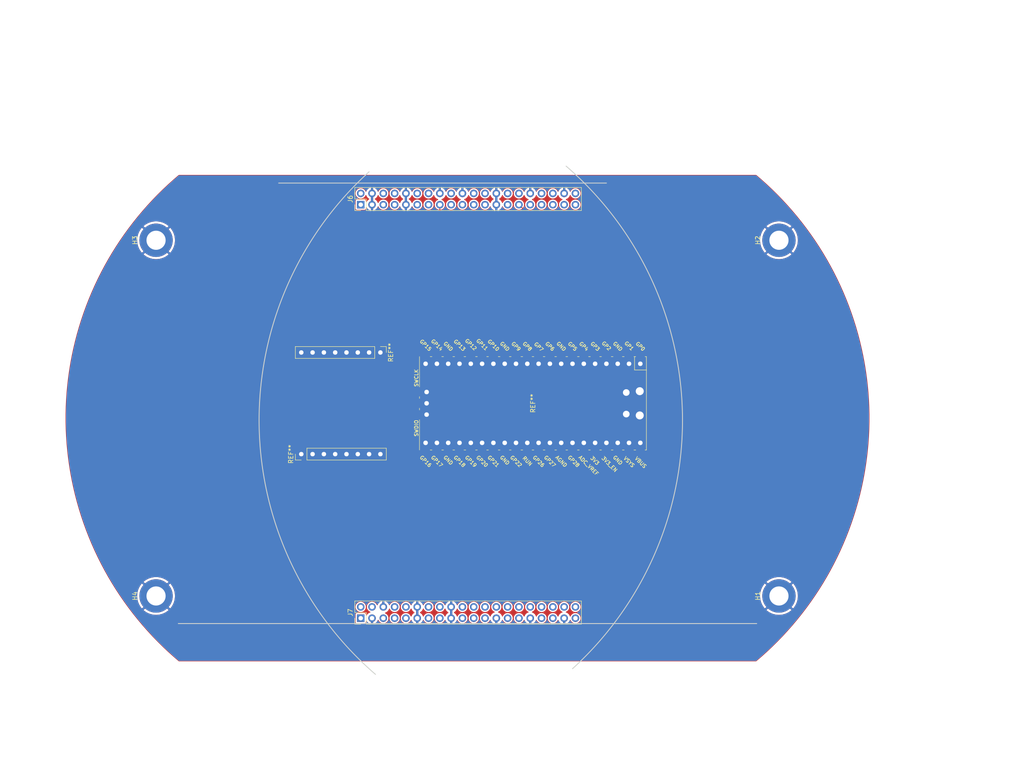
<source format=kicad_pcb>
(kicad_pcb (version 20221018) (generator pcbnew)
  (layers (0 "F.Cu" signal) (31 "B.Cu" signal) (34 "B.Paste" user) (35 "F.Paste" user) (36 "B.SilkS" user "B.Silkscreen") (37 "F.SilkS" user "F.Silkscreen") (38 "B.Mask" user) (39 "F.Mask" user) (44 "Edge.Cuts" user))
  (net 0 "")
  (net 1 "GND")
  (net 2 "SCL")
  (net 3 "SDA")
  (net 4 "+3V3")
  (net 9 "/yellow_2")
  (net 10 "/Green_2")
  (net 15 "/yellow_1")
  (net 17 "/Green_1")
  (net 18 "STBY_1")
  (net 19 "BIN1_1")
  (net 20 "PWMA_1")
  (net 21 "BIN2_1")
  (net 22 "AIN2_1")
  (net 23 "AIN1_1")
  (net 24 "PWMB_1")
  (net 26 "PWMB_2")
  (net 27 "BIN2_2")
  (net 28 "BIN1_2")
  (net 29 "STBY_2")
  (net 30 "AIN1_2")
  (net 31 "AIN2_2")
  (net 32 "PWMA_2")
  (net 33 "+5V")
  (net 40 "/yellow_4")
  (net 42 "/Green_4")
  (net 45 "/yellow_3")
  (net 47 "/Green_3")
  (footprint "Connector_PinHeader_2.54mm:PinHeader_2x20_P2.54mm_Vertical" (layer "F.Cu") (at 104.8 45.5 90)
    (fp_text reference "J6" (at 1.27 -2.33 90) (layer "F.SilkS"))
    (fp_text value "left")
    (fp_line (start -1.33 -1.33) (end 0 -1.33) (stroke (width 0.12)) (layer "F.SilkS"))
    (fp_line (start -1.33 0) (end -1.33 -1.33) (stroke (width 0.12)) (layer "F.SilkS"))
    (fp_line (start -1.33 1.27) (end -1.33 49.59) (stroke (width 0.12)) (layer "F.SilkS"))
    (fp_line (start -1.33 1.27) (end 1.27 1.27) (stroke (width 0.12)) (layer "F.SilkS"))
    (fp_line (start -1.33 49.59) (end 3.87 49.59) (stroke (width 0.12)) (layer "F.SilkS"))
    (fp_line (start 1.27 -1.33) (end 3.87 -1.33) (stroke (width 0.12)) (layer "F.SilkS"))
    (fp_line (start 1.27 1.27) (end 1.27 -1.33) (stroke (width 0.12)) (layer "F.SilkS"))
    (fp_line (start 3.87 -1.33) (end 3.87 49.59) (stroke (width 0.12)) (layer "F.SilkS"))
    (pad "1" thru_hole rect (at 0 0 90) (size 1.7 1.7) (drill 1) (layers "*.Cu" "*.Mask") (net 2 "SCL"))
    (pad "2" thru_hole oval (at 2.54 0 90) (size 1.7 1.7) (drill 1) (layers "*.Cu" "*.Mask") (net 3 "SDA"))
    (pad "3" thru_hole oval (at 0 2.54 90) (size 1.7 1.7) (drill 1) (layers "*.Cu" "*.Mask") (net 1 "GND"))
    (pad "4" thru_hole oval (at 2.54 2.54 90) (size 1.7 1.7) (drill 1) (layers "*.Cu" "*.Mask") (net 1 "GND"))
    (pad "5" thru_hole oval (at 0 5.08 90) (size 1.7 1.7) (drill 1) (layers "*.Cu" "*.Mask") (net 4 "+3V3"))
    (pad "6" thru_hole oval (at 2.54 5.08 90) (size 1.7 1.7) (drill 1) (layers "*.Cu" "*.Mask") (net 4 "+3V3"))
    (pad "7" thru_hole oval (at 0 7.62 90) (size 1.7 1.7) (drill 1) (layers "*.Cu" "*.Mask") (net 4 "+3V3"))
    (pad "8" thru_hole oval (at 2.54 7.62 90) (size 1.7 1.7) (drill 1) (layers "*.Cu" "*.Mask") (net 4 "+3V3"))
    (pad "9" thru_hole oval (at 0 10.16 90) (size 1.7 1.7) (drill 1) (layers "*.Cu" "*.Mask") (net 1 "GND"))
    (pad "10" thru_hole oval (at 2.54 10.16 90) (size 1.7 1.7) (drill 1) (layers "*.Cu" "*.Mask") (net 1 "GND"))
    (pad "11" thru_hole oval (at 0 12.7 90) (size 1.7 1.7) (drill 1) (layers "*.Cu" "*.Mask"))
    (pad "12" thru_hole oval (at 2.54 12.7 90) (size 1.7 1.7) (drill 1) (layers "*.Cu" "*.Mask"))
    (pad "13" thru_hole oval (at 0 15.24 90) (size 1.7 1.7) (drill 1) (layers "*.Cu" "*.Mask"))
    (pad "14" thru_hole oval (at 2.54 15.24 90) (size 1.7 1.7) (drill 1) (layers "*.Cu" "*.Mask"))
    (pad "15" thru_hole oval (at 0 17.78 90) (size 1.7 1.7) (drill 1) (layers "*.Cu" "*.Mask") (net 9 "/yellow_2"))
    (pad "16" thru_hole oval (at 2.54 17.78 90) (size 1.7 1.7) (drill 1) (layers "*.Cu" "*.Mask") (net 1 "GND"))
    (pad "17" thru_hole oval (at 0 20.32 90) (size 1.7 1.7) (drill 1) (layers "*.Cu" "*.Mask") (net 10 "/Green_2"))
    (pad "18" thru_hole oval (at 2.54 20.32 90) (size 1.7 1.7) (drill 1) (layers "*.Cu" "*.Mask"))
    (pad "19" thru_hole oval (at 0 22.86 90) (size 1.7 1.7) (drill 1) (layers "*.Cu" "*.Mask") (net 4 "+3V3"))
    (pad "20" thru_hole oval (at 2.54 22.86 90) (size 1.7 1.7) (drill 1) (layers "*.Cu" "*.Mask") (net 1 "GND"))
    (pad "21" thru_hole oval (at 0 25.4 90) (size 1.7 1.7) (drill 1) (layers "*.Cu" "*.Mask") (net 1 "GND"))
    (pad "22" thru_hole oval (at 2.54 25.4 90) (size 1.7 1.7) (drill 1) (layers "*.Cu" "*.Mask"))
    (pad "23" thru_hole oval (at 0 27.94 90) (size 1.7 1.7) (drill 1) (layers "*.Cu" "*.Mask"))
    (pad "24" thru_hole oval (at 2.54 27.94 90) (size 1.7 1.7) (drill 1) (layers "*.Cu" "*.Mask"))
    (pad "25" thru_hole oval (at 0 30.48 90) (size 1.7 1.7) (drill 1) (layers "*.Cu" "*.Mask") (net 1 "GND"))
    (pad "26" thru_hole oval (at 2.54 30.48 90) (size 1.7 1.7) (drill 1) (layers "*.Cu" "*.Mask") (net 1 "GND"))
    (pad "27" thru_hole oval (at 0 33.02 90) (size 1.7 1.7) (drill 1) (layers "*.Cu" "*.Mask") (net 15 "/yellow_1"))
    (pad "28" thru_hole oval (at 2.54 33.02 90) (size 1.7 1.7) (drill 1) (layers "*.Cu" "*.Mask"))
    (pad "29" thru_hole oval (at 0 35.56 90) (size 1.7 1.7) (drill 1) (layers "*.Cu" "*.Mask") (net 17 "/Green_1"))
    (pad "30" thru_hole oval (at 2.54 35.56 90) (size 1.7 1.7) (drill 1) (layers "*.Cu" "*.Mask") (net 18 "STBY_1"))
    (pad "31" thru_hole oval (at 0 38.1 90) (size 1.7 1.7) (drill 1) (layers "*.Cu" "*.Mask") (net 4 "+3V3"))
    (pad "32" thru_hole oval (at 2.54 38.1 90) (size 1.7 1.7) (drill 1) (layers "*.Cu" "*.Mask") (net 1 "GND"))
    (pad "33" thru_hole oval (at 0 40.64 90) (size 1.7 1.7) (drill 1) (layers "*.Cu" "*.Mask") (net 1 "GND"))
    (pad "34" thru_hole oval (at 2.54 40.64 90) (size 1.7 1.7) (drill 1) (layers "*.Cu" "*.Mask") (net 19 "BIN1_1"))
    (pad "35" thru_hole oval (at 0 43.18 90) (size 1.7 1.7) (drill 1) (layers "*.Cu" "*.Mask") (net 20 "PWMA_1"))
    (pad "36" thru_hole oval (at 2.54 43.18 90) (size 1.7 1.7) (drill 1) (layers "*.Cu" "*.Mask") (net 21 "BIN2_1"))
    (pad "37" thru_hole oval (at 0 45.72 90) (size 1.7 1.7) (drill 1) (layers "*.Cu" "*.Mask") (net 22 "AIN2_1"))
    (pad "38" thru_hole oval (at 2.54 45.72 90) (size 1.7 1.7) (drill 1) (layers "*.Cu" "*.Mask") (net 1 "GND"))
    (pad "39" thru_hole oval (at 0 48.26 90) (size 1.7 1.7) (drill 1) (layers "*.Cu" "*.Mask") (net 23 "AIN1_1"))
    (pad "40" thru_hole oval (at 2.54 48.26 90) (size 1.7 1.7) (drill 1) (layers "*.Cu" "*.Mask") (net 24 "PWMB_1"))
  )
  (footprint "Connector_PinHeader_2.54mm:PinHeader_2x20_P2.54mm_Vertical" (layer "F.Cu") (at 104.8 138.5 90)
    (fp_text reference "J7" (at 1.27 -2.33 90) (layer "F.SilkS"))
    (fp_text value "right")
    (fp_line (start -1.33 -1.33) (end 0 -1.33) (stroke (width 0.12)) (layer "F.SilkS"))
    (fp_line (start -1.33 0) (end -1.33 -1.33) (stroke (width 0.12)) (layer "F.SilkS"))
    (fp_line (start -1.33 1.27) (end -1.33 49.59) (stroke (width 0.12)) (layer "F.SilkS"))
    (fp_line (start -1.33 1.27) (end 1.27 1.27) (stroke (width 0.12)) (layer "F.SilkS"))
    (fp_line (start -1.33 49.59) (end 3.87 49.59) (stroke (width 0.12)) (layer "F.SilkS"))
    (fp_line (start 1.27 -1.33) (end 3.87 -1.33) (stroke (width 0.12)) (layer "F.SilkS"))
    (fp_line (start 1.27 1.27) (end 1.27 -1.33) (stroke (width 0.12)) (layer "F.SilkS"))
    (fp_line (start 3.87 -1.33) (end 3.87 49.59) (stroke (width 0.12)) (layer "F.SilkS"))
    (pad "1" thru_hole rect (at 0 0 90) (size 1.7 1.7) (drill 1) (layers "*.Cu" "*.Mask"))
    (pad "2" thru_hole oval (at 2.54 0 90) (size 1.7 1.7) (drill 1) (layers "*.Cu" "*.Mask") (net 26 "PWMB_2"))
    (pad "3" thru_hole oval (at 0 2.54 90) (size 1.7 1.7) (drill 1) (layers "*.Cu" "*.Mask") (net 1 "GND"))
    (pad "4" thru_hole oval (at 2.54 2.54 90) (size 1.7 1.7) (drill 1) (layers "*.Cu" "*.Mask") (net 27 "BIN2_2"))
    (pad "5" thru_hole oval (at 0 5.08 90) (size 1.7 1.7) (drill 1) (layers "*.Cu" "*.Mask") (net 28 "BIN1_2"))
    (pad "6" thru_hole oval (at 2.54 5.08 90) (size 1.7 1.7) (drill 1) (layers "*.Cu" "*.Mask") (net 1 "GND"))
    (pad "7" thru_hole oval (at 0 7.62 90) (size 1.7 1.7) (drill 1) (layers "*.Cu" "*.Mask") (net 29 "STBY_2"))
    (pad "8" thru_hole oval (at 2.54 7.62 90) (size 1.7 1.7) (drill 1) (layers "*.Cu" "*.Mask") (net 30 "AIN1_2"))
    (pad "9" thru_hole oval (at 0 10.16 90) (size 1.7 1.7) (drill 1) (layers "*.Cu" "*.Mask") (net 31 "AIN2_2"))
    (pad "10" thru_hole oval (at 2.54 10.16 90) (size 1.7 1.7) (drill 1) (layers "*.Cu" "*.Mask") (net 32 "PWMA_2"))
    (pad "11" thru_hole oval (at 0 12.7 90) (size 1.7 1.7) (drill 1) (layers "*.Cu" "*.Mask") (net 1 "GND"))
    (pad "12" thru_hole oval (at 2.54 12.7 90) (size 1.7 1.7) (drill 1) (layers "*.Cu" "*.Mask") (net 1 "GND"))
    (pad "13" thru_hole oval (at 0 15.24 90) (size 1.7 1.7) (drill 1) (layers "*.Cu" "*.Mask") (net 33 "+5V"))
    (pad "14" thru_hole oval (at 2.54 15.24 90) (size 1.7 1.7) (drill 1) (layers "*.Cu" "*.Mask") (net 33 "+5V"))
    (pad "15" thru_hole oval (at 0 17.78 90) (size 1.7 1.7) (drill 1) (layers "*.Cu" "*.Mask") (net 33 "+5V"))
    (pad "16" thru_hole oval (at 2.54 17.78 90) (size 1.7 1.7) (drill 1) (layers "*.Cu" "*.Mask") (net 33 "+5V"))
    (pad "17" thru_hole oval (at 0 20.32 90) (size 1.7 1.7) (drill 1) (layers "*.Cu" "*.Mask") (net 1 "GND"))
    (pad "18" thru_hole oval (at 2.54 20.32 90) (size 1.7 1.7) (drill 1) (layers "*.Cu" "*.Mask") (net 1 "GND"))
    (pad "19" thru_hole oval (at 0 22.86 90) (size 1.7 1.7) (drill 1) (layers "*.Cu" "*.Mask"))
    (pad "20" thru_hole oval (at 2.54 22.86 90) (size 1.7 1.7) (drill 1) (layers "*.Cu" "*.Mask"))
    (pad "21" thru_hole oval (at 0 25.4 90) (size 1.7 1.7) (drill 1) (layers "*.Cu" "*.Mask"))
    (pad "22" thru_hole oval (at 2.54 25.4 90) (size 1.7 1.7) (drill 1) (layers "*.Cu" "*.Mask"))
    (pad "23" thru_hole oval (at 0 27.94 90) (size 1.7 1.7) (drill 1) (layers "*.Cu" "*.Mask"))
    (pad "24" thru_hole oval (at 2.54 27.94 90) (size 1.7 1.7) (drill 1) (layers "*.Cu" "*.Mask"))
    (pad "25" thru_hole oval (at 0 30.48 90) (size 1.7 1.7) (drill 1) (layers "*.Cu" "*.Mask") (net 1 "GND"))
    (pad "26" thru_hole oval (at 2.54 30.48 90) (size 1.7 1.7) (drill 1) (layers "*.Cu" "*.Mask") (net 40 "/yellow_4"))
    (pad "27" thru_hole oval (at 0 33.02 90) (size 1.7 1.7) (drill 1) (layers "*.Cu" "*.Mask"))
    (pad "28" thru_hole oval (at 2.54 33.02 90) (size 1.7 1.7) (drill 1) (layers "*.Cu" "*.Mask") (net 42 "/Green_4"))
    (pad "29" thru_hole oval (at 0 35.56 90) (size 1.7 1.7) (drill 1) (layers "*.Cu" "*.Mask"))
    (pad "30" thru_hole oval (at 2.54 35.56 90) (size 1.7 1.7) (drill 1) (layers "*.Cu" "*.Mask") (net 4 "+3V3"))
    (pad "31" thru_hole oval (at 0 38.1 90) (size 1.7 1.7) (drill 1) (layers "*.Cu" "*.Mask") (net 1 "GND"))
    (pad "32" thru_hole oval (at 2.54 38.1 90) (size 1.7 1.7) (drill 1) (layers "*.Cu" "*.Mask") (net 1 "GND"))
    (pad "33" thru_hole oval (at 0 40.64 90) (size 1.7 1.7) (drill 1) (layers "*.Cu" "*.Mask"))
    (pad "34" thru_hole oval (at 2.54 40.64 90) (size 1.7 1.7) (drill 1) (layers "*.Cu" "*.Mask") (net 45 "/yellow_3"))
    (pad "35" thru_hole oval (at 0 43.18 90) (size 1.7 1.7) (drill 1) (layers "*.Cu" "*.Mask"))
    (pad "36" thru_hole oval (at 2.54 43.18 90) (size 1.7 1.7) (drill 1) (layers "*.Cu" "*.Mask") (net 47 "/Green_3"))
    (pad "37" thru_hole oval (at 0 45.72 90) (size 1.7 1.7) (drill 1) (layers "*.Cu" "*.Mask") (net 1 "GND"))
    (pad "38" thru_hole oval (at 2.54 45.72 90) (size 1.7 1.7) (drill 1) (layers "*.Cu" "*.Mask") (net 4 "+3V3"))
    (pad "39" thru_hole oval (at 0 48.26 90) (size 1.7 1.7) (drill 1) (layers "*.Cu" "*.Mask"))
    (pad "40" thru_hole oval (at 2.54 48.26 90) (size 1.7 1.7) (drill 1) (layers "*.Cu" "*.Mask") (net 1 "GND"))
  )
  (footprint "Connector_PinHeader_2.54mm:PinHeader_1x08_P2.54mm_Vertical" (layer "F.Cu") (at 91.44 101.6 90)
    (fp_text reference "REF**" (at 0 -2.33 90) (layer "F.SilkS"))
    (fp_text value "PinHeader_1x08_P2.54mm_Vertical")
    (fp_line (start -1.33 -1.33) (end 0 -1.33) (stroke (width 0.12)) (layer "F.SilkS"))
    (fp_line (start -1.33 0) (end -1.33 -1.33) (stroke (width 0.12)) (layer "F.SilkS"))
    (fp_line (start -1.33 1.27) (end -1.33 19.11) (stroke (width 0.12)) (layer "F.SilkS"))
    (fp_line (start -1.33 1.27) (end 1.33 1.27) (stroke (width 0.12)) (layer "F.SilkS"))
    (fp_line (start -1.33 19.11) (end 1.33 19.11) (stroke (width 0.12)) (layer "F.SilkS"))
    (fp_line (start 1.33 1.27) (end 1.33 19.11) (stroke (width 0.12)) (layer "F.SilkS"))
    (pad "1" thru_hole rect (at 0 0 90) (size 1.7 1.7) (drill 1) (layers "*.Cu" "*.Mask"))
    (pad "2" thru_hole oval (at 0 2.54 90) (size 1.7 1.7) (drill 1) (layers "*.Cu" "*.Mask"))
    (pad "3" thru_hole oval (at 0 5.08 90) (size 1.7 1.7) (drill 1) (layers "*.Cu" "*.Mask"))
    (pad "4" thru_hole oval (at 0 7.62 90) (size 1.7 1.7) (drill 1) (layers "*.Cu" "*.Mask"))
    (pad "5" thru_hole oval (at 0 10.16 90) (size 1.7 1.7) (drill 1) (layers "*.Cu" "*.Mask"))
    (pad "6" thru_hole oval (at 0 12.7 90) (size 1.7 1.7) (drill 1) (layers "*.Cu" "*.Mask"))
    (pad "7" thru_hole oval (at 0 15.24 90) (size 1.7 1.7) (drill 1) (layers "*.Cu" "*.Mask"))
    (pad "8" thru_hole oval (at 0 17.78 90) (size 1.7 1.7) (drill 1) (layers "*.Cu" "*.Mask"))
  )
  (footprint "MountingHole:MountingHole_4.3mm_M4_DIN965_Pad_TopBottom" (layer "F.Cu") (at 58.8 53.5 90)
    (fp_text reference "H3" (at 0 -4.75 90) (layer "F.SilkS"))
    (fp_text value "Hole")
    (pad "1" thru_hole circle (at 0 0 90) (size 4.7 4.7) (drill 4.3) (layers "*.Cu" "*.Mask") (net 1 "GND"))
    (pad "1" connect circle (at 0 0 90) (size 7.5 7.5) (layers "F.Cu" "F.Mask") (net 1 "GND"))
    (pad "1" connect circle (at 0 0 90) (size 7.5 7.5) (layers "B.Cu" "B.Mask") (net 1 "GND"))
  )
  (footprint "MountingHole:MountingHole_4.3mm_M4_DIN965_Pad_TopBottom" (layer "F.Cu") (at 198.8 133.5 90)
    (fp_text reference "H1" (at 0 -4.75 90) (layer "F.SilkS"))
    (fp_text value "Hole")
    (pad "1" thru_hole circle (at 0 0 90) (size 4.7 4.7) (drill 4.3) (layers "*.Cu" "*.Mask") (net 1 "GND"))
    (pad "1" connect circle (at 0 0 90) (size 7.5 7.5) (layers "F.Cu" "F.Mask") (net 1 "GND"))
    (pad "1" connect circle (at 0 0 90) (size 7.5 7.5) (layers "B.Cu" "B.Mask") (net 1 "GND"))
  )
  (footprint "Connector_PinHeader_2.54mm:PinHeader_1x08_P2.54mm_Vertical" (layer "F.Cu") (at 109.22 78.74 -90)
    (fp_text reference "REF**" (at 0 -2.33 90) (layer "F.SilkS"))
    (fp_text value "PinHeader_1x08_P2.54mm_Vertical")
    (fp_line (start -1.33 -1.33) (end 0 -1.33) (stroke (width 0.12)) (layer "F.SilkS"))
    (fp_line (start -1.33 0) (end -1.33 -1.33) (stroke (width 0.12)) (layer "F.SilkS"))
    (fp_line (start -1.33 1.27) (end -1.33 19.11) (stroke (width 0.12)) (layer "F.SilkS"))
    (fp_line (start -1.33 1.27) (end 1.33 1.27) (stroke (width 0.12)) (layer "F.SilkS"))
    (fp_line (start -1.33 19.11) (end 1.33 19.11) (stroke (width 0.12)) (layer "F.SilkS"))
    (fp_line (start 1.33 1.27) (end 1.33 19.11) (stroke (width 0.12)) (layer "F.SilkS"))
    (pad "1" thru_hole rect (at 0 0 270) (size 1.7 1.7) (drill 1) (layers "*.Cu" "*.Mask"))
    (pad "2" thru_hole oval (at 0 2.54 270) (size 1.7 1.7) (drill 1) (layers "*.Cu" "*.Mask"))
    (pad "3" thru_hole oval (at 0 5.08 270) (size 1.7 1.7) (drill 1) (layers "*.Cu" "*.Mask"))
    (pad "4" thru_hole oval (at 0 7.62 270) (size 1.7 1.7) (drill 1) (layers "*.Cu" "*.Mask"))
    (pad "5" thru_hole oval (at 0 10.16 270) (size 1.7 1.7) (drill 1) (layers "*.Cu" "*.Mask"))
    (pad "6" thru_hole oval (at 0 12.7 270) (size 1.7 1.7) (drill 1) (layers "*.Cu" "*.Mask"))
    (pad "7" thru_hole oval (at 0 15.24 270) (size 1.7 1.7) (drill 1) (layers "*.Cu" "*.Mask"))
    (pad "8" thru_hole oval (at 0 17.78 270) (size 1.7 1.7) (drill 1) (layers "*.Cu" "*.Mask"))
  )
  (footprint "MountingHole:MountingHole_4.3mm_M4_DIN965_Pad_TopBottom" (layer "F.Cu") (at 58.8 133.5 90)
    (fp_text reference "H4" (at 0 -4.75 90) (layer "F.SilkS"))
    (fp_text value "Hole")
    (pad "1" thru_hole circle (at 0 0 90) (size 4.7 4.7) (drill 4.3) (layers "*.Cu" "*.Mask") (net 1 "GND"))
    (pad "1" connect circle (at 0 0 90) (size 7.5 7.5) (layers "F.Cu" "F.Mask") (net 1 "GND"))
    (pad "1" connect circle (at 0 0 90) (size 7.5 7.5) (layers "B.Cu" "B.Mask") (net 1 "GND"))
  )
  (footprint "MountingHole:MountingHole_4.3mm_M4_DIN965_Pad_TopBottom" (layer "F.Cu") (at 198.8 53.5 90)
    (fp_text reference "H2" (at 0 -4.75 90) (layer "F.SilkS"))
    (fp_text value "Hole")
    (pad "1" thru_hole circle (at 0 0 90) (size 4.7 4.7) (drill 4.3) (layers "*.Cu" "*.Mask") (net 1 "GND"))
    (pad "1" connect circle (at 0 0 90) (size 7.5 7.5) (layers "F.Cu" "F.Mask") (net 1 "GND"))
    (pad "1" connect circle (at 0 0 90) (size 7.5 7.5) (layers "B.Cu" "B.Mask") (net 1 "GND"))
  )
  (footprint "pico:RPi_Pico_SMD_TH" (layer "F.Cu") (at 143.51 90.17 -90)
    (fp_text reference "REF**" (at 0 0 90) (layer "F.SilkS"))
    (fp_text value "RPi_Pico_SMD_TH")
    (fp_text user "VSYS" (at 13.2 -21.59 135) (layer "F.SilkS") (effects (font (size 0.8 0.8))))
    (fp_text user "GP5" (at -12.8 -8.89 135) (layer "F.SilkS") (effects (font (size 0.8 0.8))))
    (fp_text user "RUN" (at 13 1.27 135) (layer "F.SilkS") (effects (font (size 0.8 0.8))))
    (fp_text user "GP26" (at 13.054 -1.27 135) (layer "F.SilkS") (effects (font (size 0.8 0.8))))
    (fp_text user "ADC_VREF" (at 14 -12.5 135) (layer "F.SilkS") (effects (font (size 0.8 0.8))))
    (fp_text user "GP3" (at -12.8 -13.97 135) (layer "F.SilkS") (effects (font (size 0.8 0.8))))
    (fp_text user "GP22" (at 13.054 3.81 135) (layer "F.SilkS") (effects (font (size 0.8 0.8))))
    (fp_text user "GP19" (at 13.054 13.97 135) (layer "F.SilkS") (effects (font (size 0.8 0.8))))
    (fp_text user "GP17" (at 13.054 21.59 135) (layer "F.SilkS") (effects (font (size 0.8 0.8))))
    (fp_text user "GP20" (at 13.054 11.43 135) (layer "F.SilkS") (effects (font (size 0.8 0.8))))
    (fp_text user "GP10" (at -13.054 8.89 135) (layer "F.SilkS") (effects (font (size 0.8 0.8))))
    (fp_text user "GP13" (at -13.054 16.51 135) (layer "F.SilkS") (effects (font (size 0.8 0.8))))
    (fp_text user "GP12" (at -13.2 13.97 135) (layer "F.SilkS") (effects (font (size 0.8 0.8))))
    (fp_text user "SWCLK" (at -5.7 26.2 90) (layer "F.SilkS") (effects (font (size 0.8 0.8))))
    (fp_text user "GP16" (at 13.054 24.13 135) (layer "F.SilkS") (effects (font (size 0.8 0.8))))
    (fp_text user "GP6" (at -12.8 -3.81 135) (layer "F.SilkS") (effects (font (size 0.8 0.8))))
    (fp_text user "GND" (at 12.8 6.35 135) (layer "F.SilkS") (effects (font (size 0.8 0.8))))
    (fp_text user "GP8" (at -12.8 1.27 135) (layer "F.SilkS") (effects (font (size 0.8 0.8))))
    (fp_text user "AGND" (at 13.054 -6.35 135) (layer "F.SilkS") (effects (font (size 0.8 0.8))))
    (fp_text user "GP0" (at -12.8 -24.13 135) (layer "F.SilkS") (effects (font (size 0.8 0.8))))
    (fp_text user "GP14" (at -13.1 21.59 135) (layer "F.SilkS") (effects (font (size 0.8 0.8))))
    (fp_text user "GP15" (at -13.054 24.13 135) (layer "F.SilkS") (effects (font (size 0.8 0.8))))
    (fp_text user "GND" (at -12.8 19.05 135) (layer "F.SilkS") (effects (font (size 0.8 0.8))))
    (fp_text user "GP21" (at 13.054 8.9 135) (layer "F.SilkS") (effects (font (size 0.8 0.8))))
    (fp_text user "GND" (at -12.8 -6.35 135) (layer "F.SilkS") (effects (font (size 0.8 0.8))))
    (fp_text user "GND" (at -12.8 6.35 135) (layer "F.SilkS") (effects (font (size 0.8 0.8))))
    (fp_text user "GND" (at 12.8 19.05 135) (layer "F.SilkS") (effects (font (size 0.8 0.8))))
    (fp_text user "GP4" (at -12.8 -11.43 135) (layer "F.SilkS") (effects (font (size 0.8 0.8))))
    (fp_text user "GND" (at -12.8 -19.05 135) (layer "F.SilkS") (effects (font (size 0.8 0.8))))
    (fp_text user "VBUS" (at 13.3 -24.2 135) (layer "F.SilkS") (effects (font (size 0.8 0.8))))
    (fp_text user "GP18" (at 13.054 16.51 135) (layer "F.SilkS") (effects (font (size 0.8 0.8))))
    (fp_text user "GP2" (at -12.9 -16.51 135) (layer "F.SilkS") (effects (font (size 0.8 0.8))))
    (fp_text user "GP1" (at -12.9 -21.6 135) (layer "F.SilkS") (effects (font (size 0.8 0.8))))
    (fp_text user "GP7" (at -12.7 -1.3 135) (layer "F.SilkS") (effects (font (size 0.8 0.8))))
    (fp_text user "GP11" (at -13.2 11.43 135) (layer "F.SilkS") (effects (font (size 0.8 0.8))))
    (fp_text user "GP27" (at 13.054 -3.8 135) (layer "F.SilkS") (effects (font (size 0.8 0.8))))
    (fp_text user "SWDIO" (at 5.6 26.2 90) (layer "F.SilkS") (effects (font (size 0.8 0.8))))
    (fp_text user "GP9" (at -12.8 3.81 135) (layer "F.SilkS") (effects (font (size 0.8 0.8))))
    (fp_text user "GND" (at 12.8 -19.05 135) (layer "F.SilkS") (effects (font (size 0.8 0.8))))
    (fp_text user "3V3" (at 12.9 -13.9 135) (layer "F.SilkS") (effects (font (size 0.8 0.8))))
    (fp_text user "GP28" (at 13.054 -9.144 135) (layer "F.SilkS") (effects (font (size 0.8 0.8))))
    (fp_text user "3V3_EN" (at 13.7 -17.2 135) (layer "F.SilkS") (effects (font (size 0.8 0.8))))
    (fp_line (start -10.5 -25.5) (end -10.5 -25.2) (stroke (width 0.12)) (layer "F.SilkS"))
    (fp_line (start -10.5 -25.5) (end 10.5 -25.5) (stroke (width 0.12)) (layer "F.SilkS"))
    (fp_line (start -10.5 -23.1) (end -10.5 -22.7) (stroke (width 0.12)) (layer "F.SilkS"))
    (fp_line (start -10.5 -22.833) (end -7.493 -22.833) (stroke (width 0.12)) (layer "F.SilkS"))
    (fp_line (start -10.5 -20.5) (end -10.5 -20.1) (stroke (width 0.12)) (layer "F.SilkS"))
    (fp_line (start -10.5 -18) (end -10.5 -17.6) (stroke (width 0.12)) (layer "F.SilkS"))
    (fp_line (start -10.5 -15.4) (end -10.5 -15) (stroke (width 0.12)) (layer "F.SilkS"))
    (fp_line (start -10.5 -12.9) (end -10.5 -12.5) (stroke (width 0.12)) (layer "F.SilkS"))
    (fp_line (start -10.5 -10.4) (end -10.5 -10) (stroke (width 0.12)) (layer "F.SilkS"))
    (fp_line (start -10.5 -7.8) (end -10.5 -7.4) (stroke (width 0.12)) (layer "F.SilkS"))
    (fp_line (start -10.5 -5.3) (end -10.5 -4.9) (stroke (width 0.12)) (layer "F.SilkS"))
    (fp_line (start -10.5 -2.7) (end -10.5 -2.3) (stroke (width 0.12)) (layer "F.SilkS"))
    (fp_line (start -10.5 -0.2) (end -10.5 0.2) (stroke (width 0.12)) (layer "F.SilkS"))
    (fp_line (start -10.5 2.3) (end -10.5 2.7) (stroke (width 0.12)) (layer "F.SilkS"))
    (fp_line (start -10.5 4.9) (end -10.5 5.3) (stroke (width 0.12)) (layer "F.SilkS"))
    (fp_line (start -10.5 7.4) (end -10.5 7.8) (stroke (width 0.12)) (layer "F.SilkS"))
    (fp_line (start -10.5 10) (end -10.5 10.4) (stroke (width 0.12)) (layer "F.SilkS"))
    (fp_line (start -10.5 12.5) (end -10.5 12.9) (stroke (width 0.12)) (layer "F.SilkS"))
    (fp_line (start -10.5 15.1) (end -10.5 15.5) (stroke (width 0.12)) (layer "F.SilkS"))
    (fp_line (start -10.5 17.6) (end -10.5 18) (stroke (width 0.12)) (layer "F.SilkS"))
    (fp_line (start -10.5 20.1) (end -10.5 20.5) (stroke (width 0.12)) (layer "F.SilkS"))
    (fp_line (start -10.5 22.7) (end -10.5 23.1) (stroke (width 0.12)) (layer "F.SilkS"))
    (fp_line (start -7.493 -22.833) (end -7.493 -25.5) (stroke (width 0.12)) (layer "F.SilkS"))
    (fp_line (start -3.7 25.5) (end -10.5 25.5) (stroke (width 0.12)) (layer "F.SilkS"))
    (fp_line (start -1.5 25.5) (end -1.1 25.5) (stroke (width 0.12)) (layer "F.SilkS"))
    (fp_line (start 1.1 25.5) (end 1.5 25.5) (stroke (width 0.12)) (layer "F.SilkS"))
    (fp_line (start 10.5 -25.5) (end 10.5 -25.2) (stroke (width 0.12)) (layer "F.SilkS"))
    (fp_line (start 10.5 -23.1) (end 10.5 -22.7) (stroke (width 0.12)) (layer "F.SilkS"))
    (fp_line (start 10.5 -20.5) (end 10.5 -20.1) (stroke (width 0.12)) (layer "F.SilkS"))
    (fp_line (start 10.5 -18) (end 10.5 -17.6) (stroke (width 0.12)) (layer "F.SilkS"))
    (fp_line (start 10.5 -15.4) (end 10.5 -15) (stroke (width 0.12)) (layer "F.SilkS"))
    (fp_line (start 10.5 -12.9) (end 10.5 -12.5) (stroke (width 0.12)) (layer "F.SilkS"))
    (fp_line (start 10.5 -10.4) (end 10.5 -10) (stroke (width 0.12)) (layer "F.SilkS"))
    (fp_line (start 10.5 -7.8) (end 10.5 -7.4) (stroke (width 0.12)) (layer "F.SilkS"))
    (fp_line (start 10.5 -5.3) (end 10.5 -4.9) (stroke (width 0.12)) (layer "F.SilkS"))
    (fp_line (start 10.5 -2.7) (end 10.5 -2.3) (stroke (width 0.12)) (layer "F.SilkS"))
    (fp_line (start 10.5 -0.2) (end 10.5 0.2) (stroke (width 0.12)) (layer "F.SilkS"))
    (fp_line (start 10.5 2.3) (end 10.5 2.7) (stroke (width 0.12)) (layer "F.SilkS"))
    (fp_line (start 10.5 4.9) (end 10.5 5.3) (stroke (width 0.12)) (layer "F.SilkS"))
    (fp_line (start 10.5 7.4) (end 10.5 7.8) (stroke (width 0.12)) (layer "F.SilkS"))
    (fp_line (start 10.5 10) (end 10.5 10.4) (stroke (width 0.12)) (layer "F.SilkS"))
    (fp_line (start 10.5 12.5) (end 10.5 12.9) (stroke (width 0.12)) (layer "F.SilkS"))
    (fp_line (start 10.5 15.1) (end 10.5 15.5) (stroke (width 0.12)) (layer "F.SilkS"))
    (fp_line (start 10.5 17.6) (end 10.5 18) (stroke (width 0.12)) (layer "F.SilkS"))
    (fp_line (start 10.5 20.1) (end 10.5 20.5) (stroke (width 0.12)) (layer "F.SilkS"))
    (fp_line (start 10.5 22.7) (end 10.5 23.1) (stroke (width 0.12)) (layer "F.SilkS"))
    (fp_line (start 10.5 25.5) (end 3.7 25.5) (stroke (width 0.12)) (layer "F.SilkS"))
    (pad "" np_thru_hole oval (at -2.725 -24 270) (size 1.8 1.8) (drill 1.8) (layers "*.Cu" "*.Mask"))
    (pad "" np_thru_hole oval (at -2.425 -20.97 270) (size 1.5 1.5) (drill 1.5) (layers "*.Cu" "*.Mask"))
    (pad "" np_thru_hole oval (at 2.425 -20.97 270) (size 1.5 1.5) (drill 1.5) (layers "*.Cu" "*.Mask"))
    (pad "" np_thru_hole oval (at 2.725 -24 270) (size 1.8 1.8) (drill 1.8) (layers "*.Cu" "*.Mask"))
    (pad "1" thru_hole oval (at -8.89 -24.13 270) (size 1.7 1.7) (drill 1.02) (layers "*.Cu" "*.Mask"))
    (pad "1" smd rect (at -8.89 -24.13 270) (size 3.5 1.7) (drill (offset -0.9 0)) (layers "F.Cu" "F.Mask"))
    (pad "2" thru_hole oval (at -8.89 -21.59 270) (size 1.7 1.7) (drill 1.02) (layers "*.Cu" "*.Mask"))
    (pad "2" smd rect (at -8.89 -21.59 270) (size 3.5 1.7) (drill (offset -0.9 0)) (layers "F.Cu" "F.Mask"))
    (pad "3" thru_hole rect (at -8.89 -19.05 270) (size 1.7 1.7) (drill 1.02) (layers "*.Cu" "*.Mask"))
    (pad "3" smd rect (at -8.89 -19.05 270) (size 3.5 1.7) (drill (offset -0.9 0)) (layers "F.Cu" "F.Mask"))
    (pad "4" thru_hole oval (at -8.89 -16.51 270) (size 1.7 1.7) (drill 1.02) (layers "*.Cu" "*.Mask"))
    (pad "4" smd rect (at -8.89 -16.51 270) (size 3.5 1.7) (drill (offset -0.9 0)) (layers "F.Cu" "F.Mask"))
    (pad "5" thru_hole oval (at -8.89 -13.97 270) (size 1.7 1.7) (drill 1.02) (layers "*.Cu" "*.Mask"))
    (pad "5" smd rect (at -8.89 -13.97 270) (size 3.5 1.7) (drill (offset -0.9 0)) (layers "F.Cu" "F.Mask"))
    (pad "6" thru_hole oval (at -8.89 -11.43 270) (size 1.7 1.7) (drill 1.02) (layers "*.Cu" "*.Mask"))
    (pad "6" smd rect (at -8.89 -11.43 270) (size 3.5 1.7) (drill (offset -0.9 0)) (layers "F.Cu" "F.Mask"))
    (pad "7" thru_hole oval (at -8.89 -8.89 270) (size 1.7 1.7) (drill 1.02) (layers "*.Cu" "*.Mask"))
    (pad "7" smd rect (at -8.89 -8.89 270) (size 3.5 1.7) (drill (offset -0.9 0)) (layers "F.Cu" "F.Mask"))
    (pad "8" thru_hole rect (at -8.89 -6.35 270) (size 1.7 1.7) (drill 1.02) (layers "*.Cu" "*.Mask"))
    (pad "8" smd rect (at -8.89 -6.35 270) (size 3.5 1.7) (drill (offset -0.9 0)) (layers "F.Cu" "F.Mask"))
    (pad "9" thru_hole oval (at -8.89 -3.81 270) (size 1.7 1.7) (drill 1.02) (layers "*.Cu" "*.Mask"))
    (pad "9" smd rect (at -8.89 -3.81 270) (size 3.5 1.7) (drill (offset -0.9 0)) (layers "F.Cu" "F.Mask"))
    (pad "10" thru_hole oval (at -8.89 -1.27 270) (size 1.7 1.7) (drill 1.02) (layers "*.Cu" "*.Mask"))
    (pad "10" smd rect (at -8.89 -1.27 270) (size 3.5 1.7) (drill (offset -0.9 0)) (layers "F.Cu" "F.Mask"))
    (pad "11" thru_hole oval (at -8.89 1.27 270) (size 1.7 1.7) (drill 1.02) (layers "*.Cu" "*.Mask"))
    (pad "11" smd rect (at -8.89 1.27 270) (size 3.5 1.7) (drill (offset -0.9 0)) (layers "F.Cu" "F.Mask"))
    (pad "12" thru_hole oval (at -8.89 3.81 270) (size 1.7 1.7) (drill 1.02) (layers "*.Cu" "*.Mask"))
    (pad "12" smd rect (at -8.89 3.81 270) (size 3.5 1.7) (drill (offset -0.9 0)) (layers "F.Cu" "F.Mask"))
    (pad "13" thru_hole rect (at -8.89 6.35 270) (size 1.7 1.7) (drill 1.02) (layers "*.Cu" "*.Mask"))
    (pad "13" smd rect (at -8.89 6.35 270) (size 3.5 1.7) (drill (offset -0.9 0)) (layers "F.Cu" "F.Mask"))
    (pad "14" thru_hole oval (at -8.89 8.89 270) (size 1.7 1.7) (drill 1.02) (layers "*.Cu" "*.Mask"))
    (pad "14" smd rect (at -8.89 8.89 270) (size 3.5 1.7) (drill (offset -0.9 0)) (layers "F.Cu" "F.Mask"))
    (pad "15" thru_hole oval (at -8.89 11.43 270) (size 1.7 1.7) (drill 1.02) (layers "*.Cu" "*.Mask"))
    (pad "15" smd rect (at -8.89 11.43 270) (size 3.5 1.7) (drill (offset -0.9 0)) (layers "F.Cu" "F.Mask"))
    (pad "16" thru_hole oval (at -8.89 13.97 270) (size 1.7 1.7) (drill 1.02) (layers "*.Cu" "*.Mask"))
    (pad "16" smd rect (at -8.89 13.97 270) (size 3.5 1.7) (drill (offset -0.9 0)) (layers "F.Cu" "F.Mask"))
    (pad "17" thru_hole oval (at -8.89 16.51 270) (size 1.7 1.7) (drill 1.02) (layers "*.Cu" "*.Mask"))
    (pad "17" smd rect (at -8.89 16.51 270) (size 3.5 1.7) (drill (offset -0.9 0)) (layers "F.Cu" "F.Mask"))
    (pad "18" thru_hole rect (at -8.89 19.05 270) (size 1.7 1.7) (drill 1.02) (layers "*.Cu" "*.Mask"))
    (pad "18" smd rect (at -8.89 19.05 270) (size 3.5 1.7) (drill (offset -0.9 0)) (layers "F.Cu" "F.Mask"))
    (pad "19" thru_hole oval (at -8.89 21.59 270) (size 1.7 1.7) (drill 1.02) (layers "*.Cu" "*.Mask"))
    (pad "19" smd rect (at -8.89 21.59 270) (size 3.5 1.7) (drill (offset -0.9 0)) (layers "F.Cu" "F.Mask"))
    (pad "20" thru_hole oval (at -8.89 24.13 270) (size 1.7 1.7) (drill 1.02) (layers "*.Cu" "*.Mask"))
    (pad "20" smd rect (at -8.89 24.13 270) (size 3.5 1.7) (drill (offset -0.9 0)) (layers "F.Cu" "F.Mask"))
    (pad "21" thru_hole oval (at 8.89 24.13 270) (size 1.7 1.7) (drill 1.02) (layers "*.Cu" "*.Mask"))
    (pad "21" smd rect (at 8.89 24.13 270) (size 3.5 1.7) (drill (offset 0.9 0)) (layers "F.Cu" "F.Mask"))
    (pad "22" thru_hole oval (at 8.89 21.59 270) (size 1.7 1.7) (drill 1.02) (layers "*.Cu" "*.Mask"))
    (pad "22" smd rect (at 8.89 21.59 270) (size 3.5 1.7) (drill (offset 0.9 0)) (layers "F.Cu" "F.Mask"))
    (pad "23" thru_hole rect (at 8.89 19.05 270) (size 1.7 1.7) (drill 1.02) (layers "*.Cu" "*.Mask"))
    (pad "23" smd rect (at 8.89 19.05 270) (size 3.5 1.7) (drill (offset 0.9 0)) (layers "F.Cu" "F.Mask"))
    (pad "24" thru_hole oval (at 8.89 16.51 270) (size 1.7 1.7) (drill 1.02) (layers "*.Cu" "*.Mask"))
    (pad "24" smd rect (at 8.89 16.51 270) (size 3.5 1.7) (drill (offset 0.9 0)) (layers "F.Cu" "F.Mask"))
    (pad "25" thru_hole oval (at 8.89 13.97 270) (size 1.7 1.7) (drill 1.02) (layers "*.Cu" "*.Mask"))
    (pad "25" smd rect (at 8.89 13.97 270) (size 3.5 1.7) (drill (offset 0.9 0)) (layers "F.Cu" "F.Mask"))
    (pad "26" thru_hole oval (at 8.89 11.43 270) (size 1.7 1.7) (drill 1.02) (layers "*.Cu" "*.Mask"))
    (pad "26" smd rect (at 8.89 11.43 270) (size 3.5 1.7) (drill (offset 0.9 0)) (layers "F.Cu" "F.Mask"))
    (pad "27" thru_hole oval (at 8.89 8.89 270) (size 1.7 1.7) (drill 1.02) (layers "*.Cu" "*.Mask"))
    (pad "27" smd rect (at 8.89 8.89 270) (size 3.5 1.7) (drill (offset 0.9 0)) (layers "F.Cu" "F.Mask"))
    (pad "28" thru_hole rect (at 8.89 6.35 270) (size 1.7 1.7) (drill 1.02) (layers "*.Cu" "*.Mask"))
    (pad "28" smd rect (at 8.89 6.35 270) (size 3.5 1.7) (drill (offset 0.9 0)) (layers "F.Cu" "F.Mask"))
    (pad "29" thru_hole oval (at 8.89 3.81 270) (size 1.7 1.7) (drill 1.02) (layers "*.Cu" "*.Mask"))
    (pad "29" smd rect (at 8.89 3.81 270) (size 3.5 1.7) (drill (offset 0.9 0)) (layers "F.Cu" "F.Mask"))
    (pad "30" thru_hole oval (at 8.89 1.27 270) (size 1.7 1.7) (drill 1.02) (layers "*.Cu" "*.Mask"))
    (pad "30" smd rect (at 8.89 1.27 270) (size 3.5 1.7) (drill (offset 0.9 0)) (layers "F.Cu" "F.Mask"))
    (pad "31" thru_hole oval (at 8.89 -1.27 270) (size 1.7 1.7) (drill 1.02) (layers "*.Cu" "*.Mask"))
    (pad "31" smd rect (at 8.89 -1.27 270) (size 3.5 1.7) (drill (offset 0.9 0)) (layers "F.Cu" "F.Mask"))
    (pad "32" thru_hole oval (at 8.89 -3.81 270) (size 1.7 1.7) (drill 1.02) (layers "*.Cu" "*.Mask"))
    (pad "32" smd rect (at 8.89 -3.81 270) (size 3.5 1.7) (drill (offset 0.9 0)) (layers "F.Cu" "F.Mask"))
    (pad "33" thru_hole rect (at 8.89 -6.35 270) (size 1.7 1.7) (drill 1.02) (layers "*.Cu" "*.Mask"))
    (pad "33" smd rect (at 8.89 -6.35 270) (size 3.5 1.7) (drill (offset 0.9 0)) (layers "F.Cu" "F.Mask"))
    (pad "34" thru_hole oval (at 8.89 -8.89 270) (size 1.7 1.7) (drill 1.02) (layers "*.Cu" "*.Mask"))
    (pad "34" smd rect (at 8.89 -8.89 270) (size 3.5 1.7) (drill (offset 0.9 0)) (layers "F.Cu" "F.Mask"))
    (pad "35" thru_hole oval (at 8.89 -11.43 270) (size 1.7 1.7) (drill 1.02) (layers "*.Cu" "*.Mask"))
    (pad "35" smd rect (at 8.89 -11.43 270) (size 3.5 1.7) (drill (offset 0.9 0)) (layers "F.Cu" "F.Mask"))
    (pad "36" thru_hole oval (at 8.89 -13.97 270) (size 1.7 1.7) (drill 1.02) (layers "*.Cu" "*.Mask"))
    (pad "36" smd rect (at 8.89 -13.97 270) (size 3.5 1.7) (drill (offset 0.9 0)) (layers "F.Cu" "F.Mask"))
    (pad "37" thru_hole oval (at 8.89 -16.51 270) (size 1.7 1.7) (drill 1.02) (layers "*.Cu" "*.Mask"))
    (pad "37" smd rect (at 8.89 -16.51 270) (size 3.5 1.7) (drill (offset 0.9 0)) (layers "F.Cu" "F.Mask"))
    (pad "38" thru_hole rect (at 8.89 -19.05 270) (size 1.7 1.7) (drill 1.02) (layers "*.Cu" "*.Mask"))
    (pad "38" smd rect (at 8.89 -19.05 270) (size 3.5 1.7) (drill (offset 0.9 0)) (layers "F.Cu" "F.Mask"))
    (pad "39" thru_hole oval (at 8.89 -21.59 270) (size 1.7 1.7) (drill 1.02) (layers "*.Cu" "*.Mask"))
    (pad "39" smd rect (at 8.89 -21.59 270) (size 3.5 1.7) (drill (offset 0.9 0)) (layers "F.Cu" "F.Mask"))
    (pad "40" thru_hole oval (at 8.89 -24.13 270) (size 1.7 1.7) (drill 1.02) (layers "*.Cu" "*.Mask"))
    (pad "40" smd rect (at 8.89 -24.13 270) (size 3.5 1.7) (drill (offset 0.9 0)) (layers "F.Cu" "F.Mask"))
    (pad "41" thru_hole oval (at -2.54 23.9 270) (size 1.7 1.7) (drill 1.02) (layers "*.Cu" "*.Mask"))
    (pad "41" smd rect (at -2.54 23.9) (size 3.5 1.7) (drill (offset -0.9 0)) (layers "F.Cu" "F.Mask"))
    (pad "42" thru_hole rect (at 0 23.9 270) (size 1.7 1.7) (drill 1.02) (layers "*.Cu" "*.Mask"))
    (pad "42" smd rect (at 0 23.9) (size 3.5 1.7) (drill (offset -0.9 0)) (layers "F.Cu" "F.Mask"))
    (pad "43" thru_hole oval (at 2.54 23.9 270) (size 1.7 1.7) (drill 1.02) (layers "*.Cu" "*.Mask"))
    (pad "43" smd rect (at 2.54 23.9) (size 3.5 1.7) (drill (offset -0.9 0)) (layers "F.Cu" "F.Mask"))
  )
  (footprint "MountingHole:MountingHole_3.2mm_M3_DIN965" (layer "B.Cu") (at 165.1 2.54)
    (fp_text reference "MH1" hide)
    (fp_text value "MountingHole_3.2mm_M3_DIN965" hide)
    (pad "" np_thru_hole circle (at 0 0) (size 3.2 3.2) (drill 3.2) (layers "F&B.Cu" "*.Mask"))
  )
  (footprint "MountingHole:MountingHole_3.2mm_M3_DIN965" (layer "B.Cu") (at 200.66 15.24)
    (fp_text reference "MH2" hide)
    (fp_text value "MountingHole_3.2mm_M3_DIN965" hide)
    (pad "" np_thru_hole circle (at 0 0) (size 3.2 3.2) (drill 3.2) (layers "*.Cu" "*.Mask"))
  )
  (gr_arc (start 108.11887 151.134993) (mid 81.966489 94.941243) (end 106.68 38.1) (stroke (width 0.2)) (layer "Edge.Cuts"))
  (gr_line (start 193.8 139.7) (end 63.8 139.7) (stroke (width 0.2)) (layer "Edge.Cuts"))
  (gr_arc (start 150.96113 36.825007) (mid 177.113511 93.018757) (end 152.4 149.86) (stroke (width 0.2)) (layer "Edge.Cuts"))
  (gr_line (start 86.36 40.64) (end 160.02 40.64) (stroke (width 0.2)) (layer "Edge.Cuts"))
  (segment (start 141.26 78.74) (end 139.7 78.74) (width 0.2) (layer "F.Cu") (net 4))
  (segment (start 142.9 77.1) (end 141.26 78.74) (width 0.2) (layer "F.Cu") (net 4))
  (segment (start 142.24 81.28) (end 142.24 83.82) (width 0.2) (layer "F.Cu") (net 4))
  (segment (start 122.58 45.5) (end 122.58 47.6) (width 0.2) (layer "F.Cu") (net 9))
  (segment (start 140.36 45.5) (end 141.38 46.52) (width 0.2) (layer "F.Cu") (net 17))
  (zone (net 1) (net_name "GND") (layer "F.Cu") (name "GND_TOP") (connect_pads (clearance 0.3)) (min_thickness 0.2) (fill yes (thermal_gap 0.5) (thermal_bridge_width 0.5))
    (polygon (pts (xy 226.98554 169.405505) (xy 25.5 170.8) (xy 25.8 26) (xy 227.385599 25.505601)))
  )
  (zone (net 1) (net_name "GND") (layer "B.Cu") (name "GND_BOTTOM") (connect_pads (clearance 0.4)) (min_thickness 0.2) (fill yes (thermal_gap 0.5) (thermal_bridge_width 0.5))
    (polygon (pts (xy 224.8 166.7) (xy 27.4 166.7) (xy 27.4 28.1) (xy 224.8 28.1)))
  )
)
</source>
